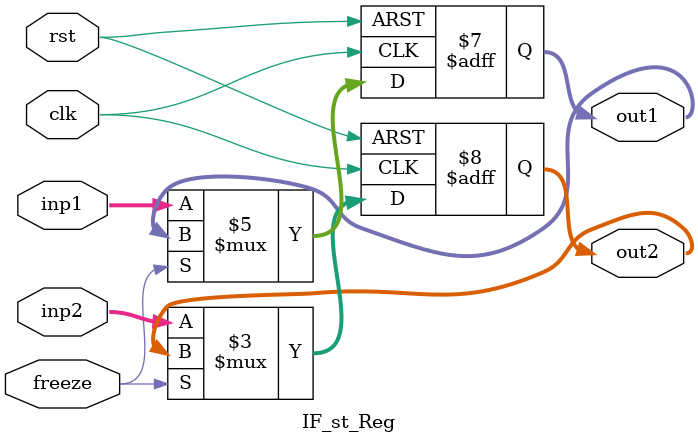
<source format=v>
`define pc_size 32
`define data_size 32

module IF_st_Reg (
    clk,rst,inp1,inp2,freeze,out1,out2
);
    input [`pc_size-1 : 0] inp1;
    input [`data_size-1 : 0] inp2;
    input clk,rst,freeze;
    output reg [`pc_size-1 : 0] out1;
    output reg [`data_size-1 : 0] out2;

    always @(posedge clk, posedge rst) begin
      if(rst) begin
        out1 = `pc_size'd0;
        out2 = `data_size'd0;
      end
      else if(~freeze) begin
        out1 <= inp1;
        out2 <= inp2;
      end
    end
    endmodule
</source>
